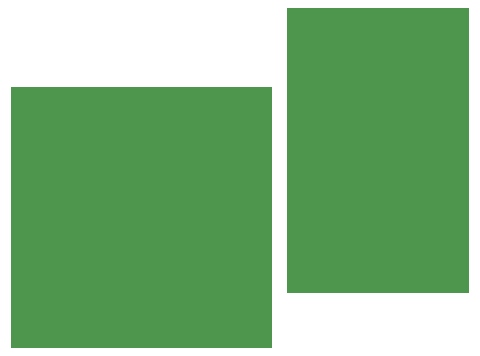
<source format=gbr>
G04 DipTrace 3.0.0.2*
G04 TopAssy.gbr*
%MOMM*%
G04 #@! TF.FileFunction,Drawing,Top*
G04 #@! TF.Part,Single*
%FSLAX35Y35*%
G04*
G71*
G90*
G75*
G01*
G04 TopAssy*
%LPD*%
G36*
X16275853Y5373090D2*
X18482710D1*
Y3166233D1*
X16275853D1*
Y5373090D1*
G37*
G36*
X18609717Y6040077D2*
X20149753D1*
Y3626823D1*
X18609717D1*
Y6040077D1*
G37*
M02*

</source>
